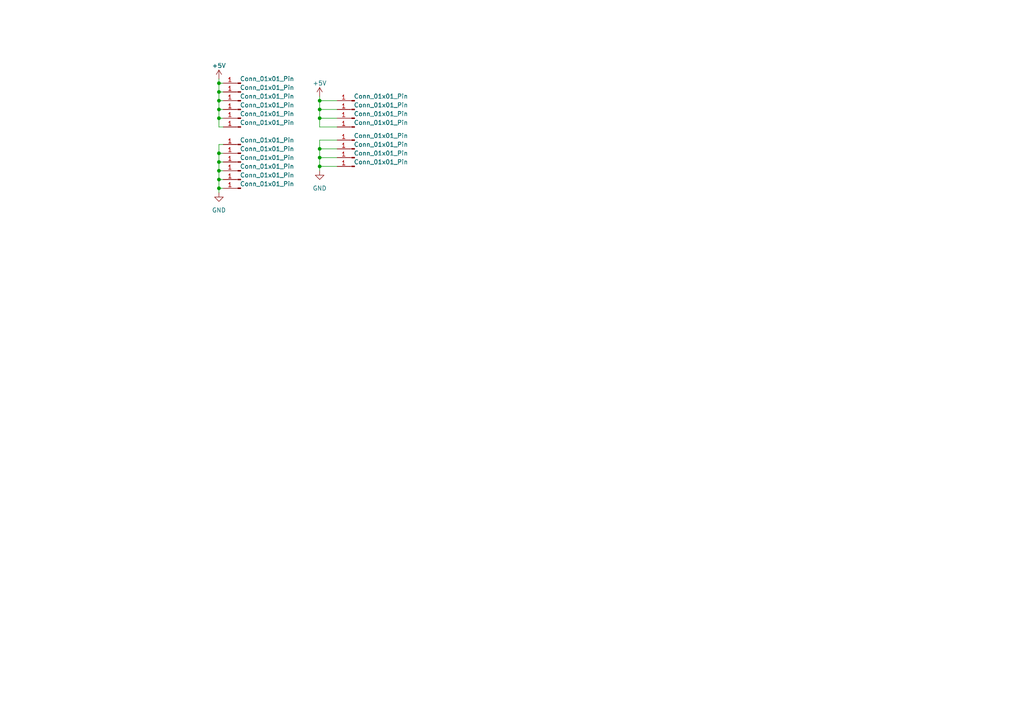
<source format=kicad_sch>
(kicad_sch (version 20230121) (generator eeschema)
  (paper "A4")
  (lib_symbols
    (symbol "Connector:Conn_01x01_Pin" (pin_names (offset 1.016) hide)
      (property "Reference" "J" (at 0 2.54 0))
      (property "Value" "Conn_01x01_Pin" (at 0 -2.54 0))
      (symbol "Conn_01x01_Pin_1_1"
        (polyline (pts (xy 1.27 0) (xy 0.8636 0)) (stroke (width 0.1524)))
        (rectangle (start 0.8636 0.127) (end 0 -0.127) (stroke (width 0.1524)) (fill (type outline)))
        (pin passive line (at 5.08 0 180) (length 3.81) (name "Pin_1") (number "1"))
      )
    )
    (symbol "power:+5V" (power) (pin_names (offset 0))
      (property "Value" "+5V" (at 0 3.556 0))
      (symbol "+5V_0_1"
        (polyline (pts (xy -0.762 1.27) (xy 0 2.54)))
        (polyline (pts (xy 0 0) (xy 0 2.54)))
        (polyline (pts (xy 0 2.54) (xy 0.762 1.27)))
      )
      (symbol "+5V_1_1"
        (pin power_in line (at 0 0 90) (length 0) hide (name "+5V") (number "1"))
      )
    )
    (symbol "power:GND" (power) (pin_names (offset 0))
      (property "Value" "GND" (at 0 -3.81 0))
      (symbol "GND_0_1"
        (polyline (pts (xy 0 0) (xy 0 -1.27) (xy 1.27 -1.27) (xy 0 -2.54) (xy -1.27 -1.27) (xy 0 -1.27)))
      )
      (symbol "GND_1_1"
        (pin power_in line (at 0 0 270) (length 0) hide (name "GND") (number "1"))
      )
    )
  )
  (junction (at 63.5 34.29))
  (junction (at 92.71 31.75))
  (junction (at 63.5 31.75))
  (junction (at 92.71 43.18))
  (junction (at 92.71 29.21))
  (junction (at 63.5 52.07))
  (junction (at 63.5 44.45))
  (junction (at 63.5 46.99))
  (junction (at 63.5 29.21))
  (junction (at 63.5 49.53))
  (junction (at 63.5 26.67))
  (junction (at 92.71 45.72))
  (junction (at 92.71 48.26))
  (junction (at 92.71 34.29))
  (junction (at 63.5 54.61))
  (junction (at 63.5 24.13))
  (wire (pts (xy 63.5 52.07) (xy 63.5 54.61)))
  (wire (pts (xy 63.5 54.61) (xy 63.5 55.88)))
  (wire (pts (xy 63.5 46.99) (xy 64.77 46.99)))
  (wire (pts (xy 92.71 40.64) (xy 97.79 40.64)))
  (wire (pts (xy 63.5 46.99) (xy 63.5 49.53)))
  (wire (pts (xy 92.71 45.72) (xy 92.71 43.18)))
  (wire (pts (xy 97.79 45.72) (xy 92.71 45.72)))
  (wire (pts (xy 63.5 24.13) (xy 64.77 24.13)))
  (wire (pts (xy 92.71 31.75) (xy 92.71 34.29)))
  (wire (pts (xy 97.79 48.26) (xy 92.71 48.26)))
  (wire (pts (xy 64.77 36.83) (xy 63.5 36.83)))
  (wire (pts (xy 64.77 44.45) (xy 63.5 44.45)))
  (wire (pts (xy 63.5 29.21) (xy 63.5 31.75)))
  (wire (pts (xy 92.71 29.21) (xy 97.79 29.21)))
  (wire (pts (xy 63.5 41.91) (xy 63.5 44.45)))
  (wire (pts (xy 63.5 49.53) (xy 63.5 52.07)))
  (wire (pts (xy 63.5 34.29) (xy 64.77 34.29)))
  (wire (pts (xy 63.5 22.86) (xy 63.5 24.13)))
  (wire (pts (xy 64.77 41.91) (xy 63.5 41.91)))
  (wire (pts (xy 63.5 31.75) (xy 64.77 31.75)))
  (wire (pts (xy 92.71 31.75) (xy 97.79 31.75)))
  (wire (pts (xy 92.71 36.83) (xy 92.71 34.29)))
  (wire (pts (xy 63.5 54.61) (xy 64.77 54.61)))
  (wire (pts (xy 92.71 34.29) (xy 97.79 34.29)))
  (wire (pts (xy 63.5 52.07) (xy 64.77 52.07)))
  (wire (pts (xy 92.71 27.94) (xy 92.71 29.21)))
  (wire (pts (xy 97.79 36.83) (xy 92.71 36.83)))
  (wire (pts (xy 63.5 44.45) (xy 63.5 46.99)))
  (wire (pts (xy 63.5 24.13) (xy 63.5 26.67)))
  (wire (pts (xy 63.5 36.83) (xy 63.5 34.29)))
  (wire (pts (xy 63.5 26.67) (xy 63.5 29.21)))
  (wire (pts (xy 92.71 48.26) (xy 92.71 49.53)))
  (wire (pts (xy 92.71 29.21) (xy 92.71 31.75)))
  (wire (pts (xy 92.71 48.26) (xy 92.71 45.72)))
  (wire (pts (xy 92.71 43.18) (xy 97.79 43.18)))
  (wire (pts (xy 63.5 26.67) (xy 64.77 26.67)))
  (wire (pts (xy 63.5 29.21) (xy 64.77 29.21)))
  (wire (pts (xy 63.5 49.53) (xy 64.77 49.53)))
  (wire (pts (xy 63.5 34.29) (xy 63.5 31.75)))
  (wire (pts (xy 92.71 40.64) (xy 92.71 43.18)))
  (symbol (lib_id "Connector:Conn_01x01_Pin") (at 102.87 34.29 180) (unit 1)
    (property "Reference" "J8" (effects hide))
    (property "Value" "Conn_01x01_Pin" (at 110.49 33.02 0))
    (property "Footprint" "Connector_Pin:Pin_D1.3mm_L11.0mm" (effects hide))
  )
  (symbol (lib_id "Connector:Conn_01x01_Pin") (at 69.85 29.21 180) (unit 1)
    (property "Reference" "J11" (effects hide))
    (property "Value" "Conn_01x01_Pin" (at 77.47 27.94 0))
    (property "Footprint" "Connector_Wire:SolderWirePad_1x01_SMD_5x10mm" (effects hide))
  )
  (symbol (lib_id "Connector:Conn_01x01_Pin") (at 69.85 24.13 180) (unit 1)
    (property "Reference" "J6" (effects hide))
    (property "Value" "Conn_01x01_Pin" (at 77.47 22.86 0))
    (property "Footprint" "Connector_Wire:SolderWirePad_1x01_SMD_5x10mm" (effects hide))
  )
  (symbol (lib_id "Connector:Conn_01x01_Pin") (at 102.87 40.64 180) (unit 1)
    (property "Reference" "J7" (effects hide))
    (property "Value" "Conn_01x01_Pin" (at 110.49 39.37 0))
    (property "Footprint" "Connector_Pin:Pin_D1.3mm_L11.0mm" (effects hide))
  )
  (symbol (lib_id "Connector:Conn_01x01_Pin") (at 69.85 54.61 180) (unit 1)
    (property "Reference" "J16" (effects hide))
    (property "Value" "Conn_01x01_Pin" (at 77.47 53.34 0))
    (property "Footprint" "Connector_Wire:SolderWirePad_1x01_SMD_5x10mm" (effects hide))
  )
  (symbol (lib_id "power:GND") (at 92.71 49.53 0) (unit 1)
    (property "Reference" "#PWR02" (effects hide))
    (property "Value" "GND" (at 92.71 54.61 0))
  )
  (symbol (lib_id "Connector:Conn_01x01_Pin") (at 102.87 36.83 180) (unit 1)
    (property "Reference" "J9" (effects hide))
    (property "Value" "Conn_01x01_Pin" (at 110.49 35.56 0))
    (property "Footprint" "Connector_Pin:Pin_D1.3mm_L11.0mm" (effects hide))
  )
  (symbol (lib_id "power:+5V") (at 63.5 22.86 0) (unit 1)
    (property "Reference" "#PWR03" (effects hide))
    (property "Value" "+5V" (at 63.5 19.05 0))
  )
  (symbol (lib_id "Connector:Conn_01x01_Pin") (at 69.85 46.99 180) (unit 1)
    (property "Reference" "J13" (effects hide))
    (property "Value" "Conn_01x01_Pin" (at 77.47 45.72 0))
    (property "Footprint" "Connector_Wire:SolderWirePad_1x01_SMD_5x10mm" (effects hide))
  )
  (symbol (lib_id "power:+5V") (at 92.71 27.94 0) (unit 1)
    (property "Reference" "#PWR01" (effects hide))
    (property "Value" "+5V" (at 92.71 24.13 0))
  )
  (symbol (lib_id "Connector:Conn_01x01_Pin") (at 69.85 52.07 180) (unit 1)
    (property "Reference" "J15" (effects hide))
    (property "Value" "Conn_01x01_Pin" (at 77.47 50.8 0))
    (property "Footprint" "Connector_Wire:SolderWirePad_1x01_SMD_5x10mm" (effects hide))
  )
  (symbol (lib_id "Connector:Conn_01x01_Pin") (at 102.87 48.26 180) (unit 1)
    (property "Reference" "J2" (effects hide))
    (property "Value" "Conn_01x01_Pin" (at 110.49 46.99 0))
    (property "Footprint" "Connector_Pin:Pin_D1.3mm_L11.0mm" (effects hide))
  )
  (symbol (lib_id "Connector:Conn_01x01_Pin") (at 69.85 26.67 180) (unit 1)
    (property "Reference" "J10" (effects hide))
    (property "Value" "Conn_01x01_Pin" (at 77.47 25.4 0))
    (property "Footprint" "Connector_Wire:SolderWirePad_1x01_SMD_5x10mm" (effects hide))
  )
  (symbol (lib_id "power:GND") (at 63.5 55.88 0) (unit 1)
    (property "Reference" "#PWR04" (effects hide))
    (property "Value" "GND" (at 63.5 60.96 0))
  )
  (symbol (lib_id "Connector:Conn_01x01_Pin") (at 69.85 36.83 180) (unit 1)
    (property "Reference" "J20" (effects hide))
    (property "Value" "Conn_01x01_Pin" (at 77.47 35.56 0))
    (property "Footprint" "Connector_Wire:SolderWirePad_1x01_SMD_5x10mm" (effects hide))
  )
  (symbol (lib_id "Connector:Conn_01x01_Pin") (at 102.87 43.18 180) (unit 1)
    (property "Reference" "J4" (effects hide))
    (property "Value" "Conn_01x01_Pin" (at 110.49 41.91 0))
    (property "Footprint" "Connector_Pin:Pin_D1.3mm_L11.0mm" (effects hide))
  )
  (symbol (lib_id "Connector:Conn_01x01_Pin") (at 69.85 41.91 180) (unit 1)
    (property "Reference" "J17" (effects hide))
    (property "Value" "Conn_01x01_Pin" (at 77.47 40.64 0))
    (property "Footprint" "Connector_Wire:SolderWirePad_1x01_SMD_5x10mm" (effects hide))
  )
  (symbol (lib_id "Connector:Conn_01x01_Pin") (at 102.87 31.75 180) (unit 1)
    (property "Reference" "J1" (effects hide))
    (property "Value" "Conn_01x01_Pin" (at 110.49 30.48 0))
    (property "Footprint" "Connector_Pin:Pin_D1.3mm_L11.0mm" (effects hide))
  )
  (symbol (lib_id "Connector:Conn_01x01_Pin") (at 69.85 49.53 180) (unit 1)
    (property "Reference" "J14" (effects hide))
    (property "Value" "Conn_01x01_Pin" (at 77.47 48.26 0))
    (property "Footprint" "Connector_Wire:SolderWirePad_1x01_SMD_5x10mm" (effects hide))
  )
  (symbol (lib_id "Connector:Conn_01x01_Pin") (at 102.87 45.72 180) (unit 1)
    (property "Reference" "J5" (effects hide))
    (property "Value" "Conn_01x01_Pin" (at 110.49 44.45 0))
    (property "Footprint" "Connector_Pin:Pin_D1.3mm_L11.0mm" (effects hide))
  )
  (symbol (lib_id "Connector:Conn_01x01_Pin") (at 102.87 29.21 180) (unit 1)
    (property "Reference" "J3" (effects hide))
    (property "Value" "Conn_01x01_Pin" (at 110.49 27.94 0))
    (property "Footprint" "Connector_Pin:Pin_D1.3mm_L11.0mm" (effects hide))
  )
  (symbol (lib_id "Connector:Conn_01x01_Pin") (at 69.85 31.75 180) (unit 1)
    (property "Reference" "J12" (effects hide))
    (property "Value" "Conn_01x01_Pin" (at 77.47 30.48 0))
    (property "Footprint" "Connector_Wire:SolderWirePad_1x01_SMD_5x10mm" (effects hide))
  )
  (symbol (lib_id "Connector:Conn_01x01_Pin") (at 69.85 34.29 180) (unit 1)
    (property "Reference" "J19" (effects hide))
    (property "Value" "Conn_01x01_Pin" (at 77.47 33.02 0))
    (property "Footprint" "Connector_Wire:SolderWirePad_1x01_SMD_5x10mm" (effects hide))
  )
  (symbol (lib_id "Connector:Conn_01x01_Pin") (at 69.85 44.45 180) (unit 1)
    (property "Reference" "J18" (effects hide))
    (property "Value" "Conn_01x01_Pin" (at 77.47 43.18 0))
    (property "Footprint" "Connector_Wire:SolderWirePad_1x01_SMD_5x10mm" (effects hide))
  )
)
</source>
